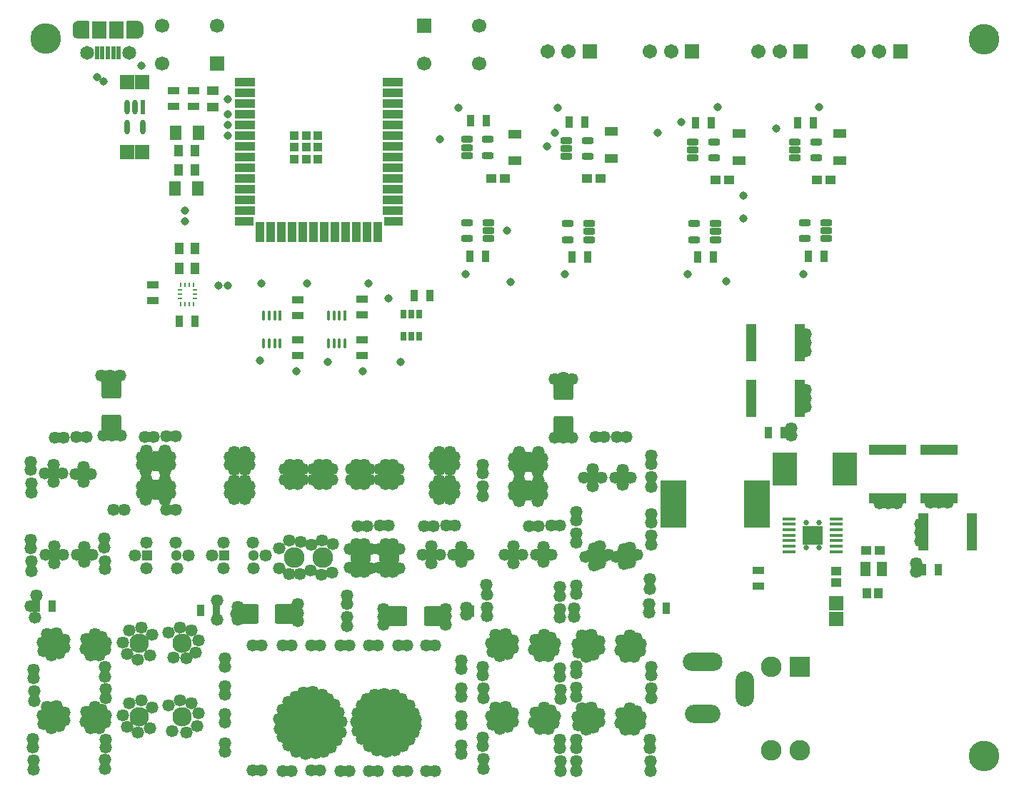
<source format=gts>
G04*
G04 #@! TF.GenerationSoftware,Altium Limited,Altium Designer,25.8.1 (18)*
G04*
G04 Layer_Color=8388736*
%FSLAX42Y42*%
%MOMM*%
G71*
G04*
G04 #@! TF.SameCoordinates,874FC4BF-8C61-49E1-ACD6-6D65B42AE4DE*
G04*
G04*
G04 #@! TF.FilePolarity,Negative*
G04*
G01*
G75*
%ADD17R,2.46X2.31*%
%ADD22R,0.95X1.40*%
%ADD23R,1.30X4.50*%
%ADD24R,4.50X1.30*%
%ADD25R,1.21X1.06*%
%ADD28R,1.40X0.95*%
G04:AMPARAMS|DCode=29|XSize=1.25mm|YSize=0.34mm|CornerRadius=0.17mm|HoleSize=0mm|Usage=FLASHONLY|Rotation=270.000|XOffset=0mm|YOffset=0mm|HoleType=Round|Shape=RoundedRectangle|*
%AMROUNDEDRECTD29*
21,1,1.25,0.00,0,0,270.0*
21,1,0.92,0.34,0,0,270.0*
1,1,0.34,0.00,-0.46*
1,1,0.34,0.00,0.46*
1,1,0.34,0.00,0.46*
1,1,0.34,0.00,-0.46*
%
%ADD29ROUNDEDRECTD29*%
G04:AMPARAMS|DCode=31|XSize=1.1mm|YSize=0.6mm|CornerRadius=0.05mm|HoleSize=0mm|Usage=FLASHONLY|Rotation=90.000|XOffset=0mm|YOffset=0mm|HoleType=Round|Shape=RoundedRectangle|*
%AMROUNDEDRECTD31*
21,1,1.10,0.50,0,0,90.0*
21,1,1.00,0.60,0,0,90.0*
1,1,0.10,0.25,0.50*
1,1,0.10,0.25,-0.50*
1,1,0.10,-0.25,-0.50*
1,1,0.10,-0.25,0.50*
%
%ADD31ROUNDEDRECTD31*%
%ADD32R,1.11X1.31*%
%ADD36R,0.25X0.48*%
%ADD37R,0.48X0.25*%
G04:AMPARAMS|DCode=39|XSize=1.71mm|YSize=0.62mm|CornerRadius=0.31mm|HoleSize=0mm|Usage=FLASHONLY|Rotation=270.000|XOffset=0mm|YOffset=0mm|HoleType=Round|Shape=RoundedRectangle|*
%AMROUNDEDRECTD39*
21,1,1.71,0.00,0,0,270.0*
21,1,1.09,0.62,0,0,270.0*
1,1,0.62,0.00,-0.55*
1,1,0.62,0.00,0.55*
1,1,0.62,0.00,0.55*
1,1,0.62,0.00,-0.55*
%
%ADD39ROUNDEDRECTD39*%
%ADD44R,0.34X1.25*%
%ADD45R,1.01X1.41*%
%ADD46R,1.41X1.01*%
%ADD50R,0.62X1.71*%
%ADD51R,1.60X1.00*%
%ADD52R,1.31X1.11*%
%ADD53C,0.70*%
G04:AMPARAMS|DCode=54|XSize=1.41mm|YSize=0.79mm|CornerRadius=0.25mm|HoleSize=0mm|Usage=FLASHONLY|Rotation=180.000|XOffset=0mm|YOffset=0mm|HoleType=Round|Shape=RoundedRectangle|*
%AMROUNDEDRECTD54*
21,1,1.41,0.30,0,0,180.0*
21,1,0.92,0.79,0,0,180.0*
1,1,0.50,-0.46,0.15*
1,1,0.50,0.46,0.15*
1,1,0.50,0.46,-0.15*
1,1,0.50,-0.46,-0.15*
%
%ADD54ROUNDEDRECTD54*%
%ADD55R,1.60X0.30*%
%ADD56R,2.46X1.10*%
%ADD57R,1.10X1.10*%
G04:AMPARAMS|DCode=58|XSize=2.45mm|YSize=2.33mm|CornerRadius=0.26mm|HoleSize=0mm|Usage=FLASHONLY|Rotation=90.000|XOffset=0mm|YOffset=0mm|HoleType=Round|Shape=RoundedRectangle|*
%AMROUNDEDRECTD58*
21,1,2.45,1.81,0,0,90.0*
21,1,1.93,2.33,0,0,90.0*
1,1,0.52,0.91,0.97*
1,1,0.52,0.91,-0.97*
1,1,0.52,-0.91,-0.97*
1,1,0.52,-0.91,0.97*
%
%ADD58ROUNDEDRECTD58*%
%ADD59R,1.75X1.75*%
G04:AMPARAMS|DCode=60|XSize=2.45mm|YSize=2.33mm|CornerRadius=0.26mm|HoleSize=0mm|Usage=FLASHONLY|Rotation=0.000|XOffset=0mm|YOffset=0mm|HoleType=Round|Shape=RoundedRectangle|*
%AMROUNDEDRECTD60*
21,1,2.45,1.81,0,0,0.0*
21,1,1.93,2.33,0,0,0.0*
1,1,0.52,0.97,-0.91*
1,1,0.52,-0.97,-0.91*
1,1,0.52,-0.97,0.91*
1,1,0.52,0.97,0.91*
%
%ADD60ROUNDEDRECTD60*%
%ADD61R,1.40X1.70*%
%ADD62R,1.70X1.75*%
%ADD63R,0.60X1.55*%
%ADD64R,3.10X5.60*%
%ADD65R,1.16X1.67*%
%ADD66R,3.00X4.01*%
%ADD67R,1.70X2.10*%
%ADD68R,1.10X2.46*%
%ADD69R,2.24X1.10*%
%ADD70O,4.20X2.20*%
%ADD71O,4.70X2.20*%
%ADD72O,2.20X4.20*%
%ADD73R,1.71X1.71*%
%ADD74C,1.70*%
%ADD75R,1.70X1.70*%
%ADD76R,1.30X1.30*%
%ADD77C,2.30*%
%ADD78C,5.62*%
%ADD79R,5.12X5.12*%
%ADD80C,2.45*%
%ADD81R,2.45X2.45*%
%ADD82R,2.45X2.45*%
%ADD83C,1.30*%
%ADD84C,1.65*%
%ADD85C,1.71*%
%ADD86C,1.47*%
%ADD87C,3.63*%
%ADD88C,0.63*%
%ADD89C,0.97*%
G36*
X3351Y12615D02*
X3352Y12614D01*
X3354Y12614D01*
X3355Y12613D01*
X3356Y12613D01*
X3357Y12612D01*
X3358Y12611D01*
X3359Y12610D01*
X3359Y12608D01*
X3360Y12607D01*
X3360Y12606D01*
X3360Y12604D01*
Y12414D01*
X3360Y12413D01*
X3360Y12412D01*
X3359Y12411D01*
X3359Y12409D01*
X3358Y12408D01*
X3357Y12407D01*
X3356Y12406D01*
X3355Y12406D01*
X3354Y12405D01*
X3352Y12405D01*
X3351Y12404D01*
X3350Y12404D01*
X3220D01*
X3218Y12404D01*
X3217Y12405D01*
X3216Y12405D01*
X3215Y12406D01*
X3214Y12406D01*
X3213Y12407D01*
X3212Y12408D01*
X3211Y12409D01*
X3210Y12411D01*
X3210Y12412D01*
X3210Y12413D01*
X3210Y12414D01*
Y12454D01*
X3170D01*
X3168Y12454D01*
X3167Y12455D01*
X3166Y12455D01*
X3165Y12455D01*
X3165Y12456D01*
X3164Y12456D01*
X3163Y12457D01*
Y12457D01*
X3163D01*
X3162Y12458D01*
X3161Y12459D01*
X3161Y12460D01*
X3160Y12461D01*
X3160Y12462D01*
X3160Y12463D01*
X3160Y12464D01*
X3160Y12554D01*
D01*
Y12554D01*
X3160Y12556D01*
X3160Y12557D01*
X3160Y12558D01*
X3161Y12559D01*
X3161Y12560D01*
X3162Y12561D01*
X3163Y12562D01*
X3163D01*
Y12562D01*
X3164Y12563D01*
X3165Y12563D01*
X3165Y12564D01*
X3166Y12564D01*
X3167Y12564D01*
X3168Y12565D01*
X3170Y12565D01*
D01*
X3170D01*
X3210D01*
Y12604D01*
X3210Y12606D01*
X3210Y12607D01*
X3210Y12608D01*
X3211Y12610D01*
X3212Y12611D01*
X3213Y12612D01*
X3214Y12613D01*
X3215Y12613D01*
X3216Y12614D01*
X3217Y12614D01*
X3218Y12615D01*
X3220Y12615D01*
X3350D01*
X3351Y12615D01*
D02*
G37*
G36*
X3941D02*
X3942Y12614D01*
X3944Y12614D01*
X3945Y12613D01*
X3946Y12613D01*
X3947Y12612D01*
X3948Y12611D01*
X3949Y12610D01*
X3949Y12608D01*
X3950Y12607D01*
X3950Y12606D01*
X3950Y12604D01*
Y12565D01*
X3990D01*
X3991Y12565D01*
X3992Y12564D01*
X3994Y12564D01*
X3994Y12564D01*
X3995Y12563D01*
X3996Y12563D01*
X3997Y12562D01*
Y12562D01*
X3997D01*
X3998Y12561D01*
X3999Y12560D01*
X3999Y12559D01*
X3999Y12558D01*
X4000Y12557D01*
X4000Y12556D01*
X4000Y12555D01*
X4000Y12464D01*
D01*
Y12464D01*
X4000Y12463D01*
X4000Y12462D01*
X3999Y12461D01*
X3999Y12460D01*
X3999Y12459D01*
X3998Y12458D01*
X3997Y12457D01*
X3997D01*
Y12457D01*
X3996Y12456D01*
X3995Y12456D01*
X3994Y12455D01*
X3994Y12455D01*
X3992Y12455D01*
X3991Y12454D01*
X3990Y12454D01*
D01*
X3990D01*
X3950D01*
Y12414D01*
X3950Y12413D01*
X3950Y12412D01*
X3949Y12411D01*
X3949Y12409D01*
X3948Y12408D01*
X3947Y12407D01*
X3946Y12406D01*
X3945Y12406D01*
X3944Y12405D01*
X3942Y12405D01*
X3941Y12404D01*
X3940Y12404D01*
X3810D01*
X3808Y12404D01*
X3807Y12405D01*
X3806Y12405D01*
X3805Y12406D01*
X3804Y12406D01*
X3803Y12407D01*
X3802Y12408D01*
X3801Y12409D01*
X3800Y12411D01*
X3800Y12412D01*
X3800Y12413D01*
X3800Y12414D01*
Y12604D01*
X3800Y12606D01*
X3800Y12607D01*
X3800Y12608D01*
X3801Y12610D01*
X3802Y12611D01*
X3803Y12612D01*
X3804Y12613D01*
X3805Y12613D01*
X3806Y12614D01*
X3807Y12614D01*
X3808Y12615D01*
X3810Y12615D01*
X3940D01*
X3941Y12615D01*
D02*
G37*
D17*
X11938Y6515D02*
D03*
D22*
X12069Y9825D02*
D03*
X11760Y11405D02*
D03*
X10550D02*
D03*
X11595Y7734D02*
D03*
X10761Y9812D02*
D03*
X9236Y11419D02*
D03*
X8068Y11432D02*
D03*
X9266Y9812D02*
D03*
X8059Y9825D02*
D03*
X7395Y9360D02*
D03*
X13239Y6109D02*
D03*
X10202Y5651D02*
D03*
X7883Y5613D02*
D03*
X4614Y9055D02*
D03*
X4868Y5626D02*
D03*
X2731Y5677D02*
D03*
X11410Y7734D02*
D03*
X8068Y5613D02*
D03*
X2916Y5677D02*
D03*
X4683Y5626D02*
D03*
X10017Y5651D02*
D03*
X4429Y9055D02*
D03*
X7210Y9360D02*
D03*
X11945Y11405D02*
D03*
X10735D02*
D03*
X9051Y11419D02*
D03*
X7883Y11432D02*
D03*
X11884Y9825D02*
D03*
X10576Y9812D02*
D03*
X9081D02*
D03*
X7874Y9825D02*
D03*
X13424Y6109D02*
D03*
D23*
X11781Y8801D02*
D03*
X13251Y6553D02*
D03*
X11786Y8141D02*
D03*
X11206Y8801D02*
D03*
X11211Y8141D02*
D03*
X13826Y6553D02*
D03*
D24*
X13437Y6951D02*
D03*
X12827D02*
D03*
X13437Y7526D02*
D03*
X12827D02*
D03*
D25*
X12729Y6337D02*
D03*
X8124Y10746D02*
D03*
X8284D02*
D03*
X12145Y10732D02*
D03*
X11985D02*
D03*
X10947D02*
D03*
X10787D02*
D03*
X9423Y10746D02*
D03*
X9263D02*
D03*
X12569Y6337D02*
D03*
D28*
X6591Y9128D02*
D03*
Y8830D02*
D03*
X11290Y5915D02*
D03*
X4597Y11604D02*
D03*
X4356D02*
D03*
X5829Y9119D02*
D03*
Y8830D02*
D03*
X4115Y9296D02*
D03*
X5829Y8645D02*
D03*
X4115Y9481D02*
D03*
X4597Y11789D02*
D03*
X6591Y9313D02*
D03*
X5829Y9304D02*
D03*
X4356Y11789D02*
D03*
X6591Y8645D02*
D03*
X11290Y6100D02*
D03*
D29*
X6196Y9118D02*
D03*
X5427Y9119D02*
D03*
X6326Y9118D02*
D03*
X6261D02*
D03*
X6196Y8788D02*
D03*
X6261D02*
D03*
X6326D02*
D03*
X6391D02*
D03*
X5557Y9119D02*
D03*
X5492D02*
D03*
X5427Y8788D02*
D03*
X5492D02*
D03*
X5557D02*
D03*
X5622D02*
D03*
D31*
X7175Y8874D02*
D03*
Y9134D02*
D03*
X7080Y8874D02*
D03*
Y9134D02*
D03*
X7270D02*
D03*
Y8874D02*
D03*
D32*
X12717Y5828D02*
D03*
X12582D02*
D03*
D36*
X4596Y9488D02*
D03*
Y9257D02*
D03*
X4546D02*
D03*
X4496D02*
D03*
X4446D02*
D03*
Y9488D02*
D03*
X4496D02*
D03*
X4546D02*
D03*
D37*
X4430Y9373D02*
D03*
Y9323D02*
D03*
X4613Y9423D02*
D03*
Y9373D02*
D03*
Y9323D02*
D03*
X4430Y9423D02*
D03*
D39*
X3899Y11595D02*
D03*
X3994Y11355D02*
D03*
X3804Y11595D02*
D03*
Y11355D02*
D03*
D44*
X6391Y9118D02*
D03*
X5622Y9119D02*
D03*
D45*
X4426Y9677D02*
D03*
X4616D02*
D03*
X4426Y9919D02*
D03*
X4616D02*
D03*
X4420Y11074D02*
D03*
X4610Y10846D02*
D03*
X4420D02*
D03*
X4610Y11074D02*
D03*
D46*
X4826Y11785D02*
D03*
Y11595D02*
D03*
D50*
X3994D02*
D03*
D51*
X12256Y11280D02*
D03*
Y10960D02*
D03*
X11062Y11280D02*
D03*
Y10960D02*
D03*
X9550Y11307D02*
D03*
Y10987D02*
D03*
X8407Y11274D02*
D03*
Y10954D02*
D03*
D52*
X12217Y5951D02*
D03*
Y6087D02*
D03*
D53*
X3245Y12464D02*
G03*
X3245Y12464I-25J0D01*
G01*
Y12554D02*
G03*
X3245Y12554I-25J0D01*
G01*
X3965Y12464D02*
G03*
X3965Y12464I-25J0D01*
G01*
Y12554D02*
G03*
X3965Y12554I-25J0D01*
G01*
D54*
X12093Y10225D02*
D03*
X10517Y10992D02*
D03*
X11724D02*
D03*
X10785Y10212D02*
D03*
X9018Y11007D02*
D03*
X9286Y10212D02*
D03*
X8092Y10225D02*
D03*
X7836Y11019D02*
D03*
X8092Y10035D02*
D03*
X9286Y10022D02*
D03*
X10785D02*
D03*
X12093Y10035D02*
D03*
X11975Y11182D02*
D03*
Y10992D02*
D03*
X11724Y11087D02*
D03*
Y11182D02*
D03*
X10768D02*
D03*
Y10992D02*
D03*
X10517Y11087D02*
D03*
Y11182D02*
D03*
X9269Y11197D02*
D03*
Y11007D02*
D03*
X9018Y11102D02*
D03*
Y11197D02*
D03*
X8087Y11209D02*
D03*
Y11019D02*
D03*
X7836Y11114D02*
D03*
Y11209D02*
D03*
X11842Y10035D02*
D03*
Y10225D02*
D03*
X12093Y10130D02*
D03*
X10534Y10022D02*
D03*
Y10212D02*
D03*
X10785Y10117D02*
D03*
X9035Y10022D02*
D03*
Y10212D02*
D03*
X9286Y10117D02*
D03*
X7841Y10035D02*
D03*
Y10225D02*
D03*
X8092Y10130D02*
D03*
D55*
X12218Y6515D02*
D03*
Y6580D02*
D03*
Y6645D02*
D03*
Y6710D02*
D03*
X11658Y6320D02*
D03*
Y6385D02*
D03*
Y6515D02*
D03*
Y6580D02*
D03*
X12218Y6385D02*
D03*
Y6450D02*
D03*
Y6320D02*
D03*
X11658Y6450D02*
D03*
Y6645D02*
D03*
Y6710D02*
D03*
D56*
X6957Y11887D02*
D03*
X5207D02*
D03*
Y11252D02*
D03*
Y11760D02*
D03*
Y11379D02*
D03*
X6957Y11506D02*
D03*
Y11379D02*
D03*
X5207Y10363D02*
D03*
Y10490D02*
D03*
Y10871D02*
D03*
Y10998D02*
D03*
Y11506D02*
D03*
Y11633D02*
D03*
Y11125D02*
D03*
Y10744D02*
D03*
Y10617D02*
D03*
X6957Y10363D02*
D03*
Y10490D02*
D03*
Y10617D02*
D03*
Y10744D02*
D03*
Y10871D02*
D03*
Y10998D02*
D03*
Y11125D02*
D03*
Y11252D02*
D03*
Y11633D02*
D03*
Y11760D02*
D03*
D57*
X6072Y11255D02*
D03*
Y11115D02*
D03*
Y10975D02*
D03*
X5932Y11255D02*
D03*
X5792D02*
D03*
X5932Y11115D02*
D03*
X5792Y10975D02*
D03*
X5932D02*
D03*
X5792Y11115D02*
D03*
D58*
X8979Y8242D02*
D03*
X3619Y8257D02*
D03*
Y7822D02*
D03*
X8979Y7807D02*
D03*
D59*
X12211Y5523D02*
D03*
Y5708D02*
D03*
D60*
X7444Y5556D02*
D03*
X5244Y5582D02*
D03*
X7009Y5556D02*
D03*
X5678Y5582D02*
D03*
D61*
X4648Y10630D02*
D03*
X4387Y11286D02*
D03*
X4378Y10630D02*
D03*
X4657Y11286D02*
D03*
D62*
X3989Y11887D02*
D03*
X3808Y11062D02*
D03*
X3988D02*
D03*
X3809Y11887D02*
D03*
D63*
X3450Y12239D02*
D03*
X3515D02*
D03*
X3580D02*
D03*
X3645D02*
D03*
X3710D02*
D03*
D64*
X10287Y6883D02*
D03*
X11277D02*
D03*
D65*
X12559Y6116D02*
D03*
X12754D02*
D03*
D66*
X12320Y7303D02*
D03*
X11607D02*
D03*
D67*
X3480Y12510D02*
D03*
X3680D02*
D03*
D68*
X6272Y10111D02*
D03*
X6146D02*
D03*
X6781D02*
D03*
X6654D02*
D03*
X6526D02*
D03*
X6399D02*
D03*
X6019D02*
D03*
X5892D02*
D03*
X5765D02*
D03*
X5638D02*
D03*
X5510D02*
D03*
X5383D02*
D03*
D69*
X6968Y10236D02*
D03*
X5196D02*
D03*
D70*
X10630Y4395D02*
D03*
D71*
Y5015D02*
D03*
D72*
X11130Y4695D02*
D03*
D73*
X12975Y12256D02*
D03*
X11794D02*
D03*
X10508D02*
D03*
X9292D02*
D03*
D74*
X7983Y12557D02*
D03*
X4872D02*
D03*
X4222D02*
D03*
X7333Y12107D02*
D03*
X7983D02*
D03*
X4222D02*
D03*
D75*
X7333Y12557D02*
D03*
X4872Y12107D02*
D03*
D76*
X9337Y7214D02*
D03*
X8388Y6287D02*
D03*
X7410D02*
D03*
X9350Y6274D02*
D03*
X4956D02*
D03*
X2936Y7252D02*
D03*
X4041Y6274D02*
D03*
X2949Y6287D02*
D03*
D77*
X9779Y5220D02*
D03*
Y4350D02*
D03*
X8763Y5220D02*
D03*
Y4350D02*
D03*
X4458Y5232D02*
D03*
X3442D02*
D03*
X4458Y4362D02*
D03*
X3442D02*
D03*
X8255Y4350D02*
D03*
Y5220D02*
D03*
X2934Y4362D02*
D03*
Y5232D02*
D03*
X3950D02*
D03*
Y4362D02*
D03*
X9271Y5220D02*
D03*
Y4350D02*
D03*
D78*
X5982Y4280D02*
D03*
D79*
X6871Y4293D02*
D03*
D80*
X6574Y7240D02*
D03*
X5786D02*
D03*
X5144Y7396D02*
D03*
X7569Y7049D02*
D03*
X6574Y6248D02*
D03*
X6914D02*
D03*
X4152Y7396D02*
D03*
Y7056D02*
D03*
X5786Y6248D02*
D03*
X6126D02*
D03*
X8561Y7049D02*
D03*
Y7389D02*
D03*
X11443Y3962D02*
D03*
Y4954D02*
D03*
X11783Y3962D02*
D03*
D81*
X6126Y7240D02*
D03*
X6914D02*
D03*
X11783Y4954D02*
D03*
D82*
X5144Y7056D02*
D03*
X7569Y7389D02*
D03*
D83*
X8738Y6287D02*
D03*
X7760D02*
D03*
X3299D02*
D03*
X3287Y7252D02*
D03*
X4391Y6274D02*
D03*
X5306D02*
D03*
X9700D02*
D03*
X9687Y7214D02*
D03*
D84*
X3830Y12239D02*
D03*
X3330D02*
D03*
D85*
X10008Y12256D02*
D03*
X10258D02*
D03*
X8792D02*
D03*
X9042D02*
D03*
X12475D02*
D03*
X12725D02*
D03*
X11294D02*
D03*
X11544D02*
D03*
D86*
X6121Y6452D02*
D03*
X6248Y6414D02*
D03*
X5994Y6401D02*
D03*
X5867Y6439D02*
D03*
X5728Y6452D02*
D03*
X5613Y6363D02*
D03*
Y6121D02*
D03*
X5982Y6096D02*
D03*
X6236Y6071D02*
D03*
X6109Y6045D02*
D03*
X5855Y6058D02*
D03*
X5728D02*
D03*
X3975Y4559D02*
D03*
X3835Y4521D02*
D03*
X4102Y4470D02*
D03*
X3759Y4381D02*
D03*
X4077Y4229D02*
D03*
X3937Y4178D02*
D03*
X3810Y4242D02*
D03*
X4635Y4254D02*
D03*
X4508Y4178D02*
D03*
X4651Y4405D02*
D03*
X4569Y4521D02*
D03*
X4432Y4559D02*
D03*
X4295Y4495D02*
D03*
X4343Y4191D02*
D03*
X4356Y5067D02*
D03*
X4295Y5359D02*
D03*
X4432Y5423D02*
D03*
X4569Y5384D02*
D03*
X4651Y5268D02*
D03*
X4508Y5055D02*
D03*
X4622Y5121D02*
D03*
X3810Y5105D02*
D03*
X3937Y5042D02*
D03*
X4077Y5093D02*
D03*
X3759Y5245D02*
D03*
X4102Y5334D02*
D03*
X3835Y5385D02*
D03*
X3975Y5423D02*
D03*
X3899Y6274D02*
D03*
X4538Y6276D02*
D03*
X4039Y6426D02*
D03*
Y6121D02*
D03*
X4386Y6428D02*
D03*
X4399Y6124D02*
D03*
X5309Y6121D02*
D03*
X5296Y6426D02*
D03*
X4953Y6121D02*
D03*
Y6426D02*
D03*
X5448Y6274D02*
D03*
X4813D02*
D03*
X8064Y5931D02*
D03*
X9360Y7681D02*
D03*
X9728Y7683D02*
D03*
X9461Y7681D02*
D03*
X9614Y7683D02*
D03*
X10020Y6769D02*
D03*
X10023Y6401D02*
D03*
Y6515D02*
D03*
X10020Y6668D02*
D03*
X10021Y7459D02*
D03*
X10024Y7090D02*
D03*
Y7204D02*
D03*
X10021Y7357D02*
D03*
X10008Y5880D02*
D03*
X9995Y5702D02*
D03*
Y5601D02*
D03*
X10008Y5994D02*
D03*
X8075Y5814D02*
D03*
X8077Y5559D02*
D03*
Y5661D02*
D03*
X8877Y7671D02*
D03*
X8979Y7670D02*
D03*
X8687Y7506D02*
D03*
X8674Y6921D02*
D03*
X8458D02*
D03*
X8687Y6627D02*
D03*
X8572D02*
D03*
X9131Y6794D02*
D03*
Y6693D02*
D03*
X9134Y6540D02*
D03*
X8941Y6629D02*
D03*
X8725Y7429D02*
D03*
X8026Y7351D02*
D03*
Y7249D02*
D03*
X8028Y7097D02*
D03*
Y6982D02*
D03*
X9106Y5550D02*
D03*
Y5651D02*
D03*
X9131Y4712D02*
D03*
Y4877D02*
D03*
Y4966D02*
D03*
X6416Y5435D02*
D03*
Y5550D02*
D03*
X6414Y5702D02*
D03*
Y5804D02*
D03*
X6540Y6627D02*
D03*
X6655D02*
D03*
X6807Y6629D02*
D03*
X6909D02*
D03*
X7328Y6627D02*
D03*
X7442D02*
D03*
X7595Y6629D02*
D03*
X7696D02*
D03*
X8839D02*
D03*
X8935Y5906D02*
D03*
Y5791D02*
D03*
X8938Y5639D02*
D03*
Y5537D02*
D03*
X9134Y6426D02*
D03*
X9131Y5817D02*
D03*
Y5918D02*
D03*
Y4597D02*
D03*
X10023Y4584D02*
D03*
Y4699D02*
D03*
X10020Y4851D02*
D03*
Y4953D02*
D03*
X10010Y3721D02*
D03*
Y3835D02*
D03*
X10008Y3988D02*
D03*
Y4089D02*
D03*
X9134Y3721D02*
D03*
Y3835D02*
D03*
X9131Y3988D02*
D03*
Y4089D02*
D03*
X8943Y3721D02*
D03*
Y3835D02*
D03*
X8941Y3988D02*
D03*
Y4089D02*
D03*
X8943Y4572D02*
D03*
Y4686D02*
D03*
X8941Y4839D02*
D03*
Y4940D02*
D03*
X8029Y4584D02*
D03*
Y4699D02*
D03*
X8026Y4851D02*
D03*
Y4953D02*
D03*
X8029Y3746D02*
D03*
Y3861D02*
D03*
X8026Y4013D02*
D03*
Y4115D02*
D03*
X3556Y4089D02*
D03*
X2692Y4102D02*
D03*
Y4001D02*
D03*
X3645Y6820D02*
D03*
X4026Y6934D02*
D03*
X3535Y6483D02*
D03*
Y6368D02*
D03*
X3542Y6111D02*
D03*
Y6212D02*
D03*
X4387Y6816D02*
D03*
X4273D02*
D03*
X3772Y6820D02*
D03*
X4387Y7692D02*
D03*
X4273D02*
D03*
X4015Y7685D02*
D03*
X4117D02*
D03*
X3324Y7683D02*
D03*
X3210D02*
D03*
X2953Y7675D02*
D03*
X3054D02*
D03*
X2676Y7017D02*
D03*
Y7132D02*
D03*
X2668Y7389D02*
D03*
Y7288D02*
D03*
X2676Y6090D02*
D03*
Y6205D02*
D03*
X2668Y6462D02*
D03*
Y6361D02*
D03*
X13163Y6186D02*
D03*
Y6084D02*
D03*
X13214Y6447D02*
D03*
Y6549D02*
D03*
Y6650D02*
D03*
X13330Y6903D02*
D03*
X13432D02*
D03*
X13534D02*
D03*
X12734Y6890D02*
D03*
X12835D02*
D03*
X12937D02*
D03*
X11848Y8034D02*
D03*
Y8135D02*
D03*
Y8237D02*
D03*
Y8694D02*
D03*
Y8796D02*
D03*
X11849Y8903D02*
D03*
X11684Y7785D02*
D03*
Y7696D02*
D03*
X9431Y7202D02*
D03*
X9081Y8369D02*
D03*
X9329Y7304D02*
D03*
X8979Y8380D02*
D03*
X8877Y8369D02*
D03*
X9410Y6383D02*
D03*
X9342Y6364D02*
D03*
X9227Y7202D02*
D03*
X9329Y7100D02*
D03*
X8389Y6389D02*
D03*
X7411D02*
D03*
X7310Y6288D02*
D03*
X8288D02*
D03*
X8491D02*
D03*
X7513D02*
D03*
X9846Y5293D02*
D03*
X9897Y5229D02*
D03*
X9770Y5331D02*
D03*
X9443Y6262D02*
D03*
X9410Y6180D02*
D03*
X9308Y6282D02*
D03*
X9240Y6262D02*
D03*
X9668Y5267D02*
D03*
X9342Y6161D02*
D03*
X9656Y5153D02*
D03*
X8826Y5299D02*
D03*
X8876Y5235D02*
D03*
X9884Y5140D02*
D03*
X9821Y5077D02*
D03*
X9770Y4467D02*
D03*
X9897Y4366D02*
D03*
X9846Y4429D02*
D03*
X9884Y4277D02*
D03*
X9821Y4213D02*
D03*
X9719Y5077D02*
D03*
X8864Y5146D02*
D03*
X9668Y4404D02*
D03*
X8800Y5083D02*
D03*
X8826Y4435D02*
D03*
X9656Y4289D02*
D03*
X8876Y4372D02*
D03*
X9719Y4213D02*
D03*
X8864Y4283D02*
D03*
X8800Y4219D02*
D03*
X8389Y6186D02*
D03*
X7827Y5569D02*
D03*
Y5658D02*
D03*
X7582Y5455D02*
D03*
X8749Y5337D02*
D03*
X8699Y5083D02*
D03*
X8648Y5273D02*
D03*
X8635Y5159D02*
D03*
X7582Y5645D02*
D03*
X7411Y6186D02*
D03*
X7581Y5556D02*
D03*
X6183Y4574D02*
D03*
X6263Y4506D02*
D03*
X6119Y4625D02*
D03*
X6109Y4547D02*
D03*
X8749Y4473D02*
D03*
X8648Y4410D02*
D03*
X6312Y4412D02*
D03*
X6349Y4303D02*
D03*
X8699Y4219D02*
D03*
X8635Y4295D02*
D03*
X6340Y4176D02*
D03*
X6287Y4254D02*
D03*
X6289Y4079D02*
D03*
X6274Y4343D02*
D03*
X6236Y4432D02*
D03*
X6261Y4166D02*
D03*
X6185Y4496D02*
D03*
X6210Y4089D02*
D03*
X6147Y4026D02*
D03*
X6220Y3996D02*
D03*
X6071Y4001D02*
D03*
X6136Y3947D02*
D03*
X5118Y5664D02*
D03*
X5106Y5582D02*
D03*
X4877Y5740D02*
D03*
X3505Y8407D02*
D03*
X3607D02*
D03*
X3721D02*
D03*
X2934Y7353D02*
D03*
X2832Y7252D02*
D03*
X3048Y6287D02*
D03*
X3035Y7252D02*
D03*
X2946Y6388D02*
D03*
X2934Y7150D02*
D03*
X2845Y6287D02*
D03*
X2946Y6185D02*
D03*
X2731Y5804D02*
D03*
X2663Y5677D02*
D03*
X6010Y4655D02*
D03*
X5956Y4597D02*
D03*
X6045Y4585D02*
D03*
X5897Y4649D02*
D03*
X5807Y4602D02*
D03*
X5880Y4572D02*
D03*
X5804Y4521D02*
D03*
X5717Y4536D02*
D03*
X5728Y4458D02*
D03*
X4877Y5512D02*
D03*
X5118D02*
D03*
X5649Y4447D02*
D03*
X5804Y4026D02*
D03*
X5728Y4102D02*
D03*
X5717Y4024D02*
D03*
X5702Y4381D02*
D03*
X5690Y4191D02*
D03*
X6040Y3927D02*
D03*
X5969Y3988D02*
D03*
X5921Y3925D02*
D03*
X5881Y4004D02*
D03*
X5814Y3947D02*
D03*
X5614Y4341D02*
D03*
X5677Y4293D02*
D03*
X5652Y4122D02*
D03*
X5616Y4221D02*
D03*
X3556Y5245D02*
D03*
X3505Y5309D02*
D03*
X3429Y5347D02*
D03*
X2718Y5537D02*
D03*
X3327Y5283D02*
D03*
X3543Y5156D02*
D03*
X3480Y5093D02*
D03*
X3551Y4695D02*
D03*
X3315Y5169D02*
D03*
X3378Y5093D02*
D03*
X3551Y4581D02*
D03*
X3556Y4381D02*
D03*
X3549Y3741D02*
D03*
X3505Y4445D02*
D03*
X3429Y4483D02*
D03*
X3327Y4420D02*
D03*
X3315Y4305D02*
D03*
X3543Y4293D02*
D03*
X3549Y3855D02*
D03*
X3378Y4229D02*
D03*
X3480D02*
D03*
X7150Y4089D02*
D03*
X6833Y4026D02*
D03*
X6680Y4013D02*
D03*
X6883Y3950D02*
D03*
X6985Y3962D02*
D03*
X6769D02*
D03*
X6756Y4051D02*
D03*
X7061Y4102D02*
D03*
X6921Y4026D02*
D03*
X6680Y4102D02*
D03*
X7074Y4013D02*
D03*
X6998Y4051D02*
D03*
X7137Y4254D02*
D03*
Y4343D02*
D03*
X6680Y4483D02*
D03*
X7112Y4166D02*
D03*
Y4420D02*
D03*
X6820Y4559D02*
D03*
X6909D02*
D03*
X6744Y4534D02*
D03*
Y4623D02*
D03*
X6985Y4534D02*
D03*
X6858Y4635D02*
D03*
X6972Y4623D02*
D03*
X7061Y4572D02*
D03*
X6655D02*
D03*
X7226Y4252D02*
D03*
Y4331D02*
D03*
X6591Y4496D02*
D03*
X6528Y4305D02*
D03*
X6591Y4102D02*
D03*
X6629Y4178D02*
D03*
X7201D02*
D03*
X6629Y4420D02*
D03*
X6604Y4343D02*
D03*
X7150Y4496D02*
D03*
X6604Y4254D02*
D03*
X7201Y4407D02*
D03*
X7061Y4483D02*
D03*
X6540Y4407D02*
D03*
Y4191D02*
D03*
X5399Y5213D02*
D03*
X6337Y3721D02*
D03*
X5399Y3727D02*
D03*
X7455Y3721D02*
D03*
X6680D02*
D03*
X5993Y3727D02*
D03*
X7023Y3721D02*
D03*
X6782D02*
D03*
X6094Y3727D02*
D03*
X5298D02*
D03*
X6439Y3721D02*
D03*
X5753D02*
D03*
X7125D02*
D03*
X5651D02*
D03*
X7353D02*
D03*
Y5207D02*
D03*
X5651D02*
D03*
X7125D02*
D03*
X5753D02*
D03*
X6439D02*
D03*
X5298Y5213D02*
D03*
X6094D02*
D03*
X6782Y5207D02*
D03*
X7023D02*
D03*
X5993Y5213D02*
D03*
X6680Y5207D02*
D03*
X7455D02*
D03*
X6337D02*
D03*
X7772Y5029D02*
D03*
Y4026D02*
D03*
Y3924D02*
D03*
Y4597D02*
D03*
Y4369D02*
D03*
Y4699D02*
D03*
Y4267D02*
D03*
Y4928D02*
D03*
X4966Y4953D02*
D03*
Y4293D02*
D03*
Y4724D02*
D03*
Y4394D02*
D03*
Y4623D02*
D03*
Y3950D02*
D03*
Y4051D02*
D03*
Y5055D02*
D03*
X6236Y7303D02*
D03*
X6172Y7353D02*
D03*
X6083D02*
D03*
X6020Y7303D02*
D03*
X6236Y7175D02*
D03*
X6172Y7125D02*
D03*
X6083D02*
D03*
X6020Y7175D02*
D03*
X5893Y7303D02*
D03*
X5829Y7353D02*
D03*
X5740D02*
D03*
X5677Y7303D02*
D03*
X5893Y7175D02*
D03*
X5829Y7125D02*
D03*
X5740D02*
D03*
X5677Y7175D02*
D03*
X5207Y6947D02*
D03*
X5258Y7010D02*
D03*
Y7099D02*
D03*
X5207Y7163D02*
D03*
X5080Y6947D02*
D03*
X5029Y7010D02*
D03*
Y7099D02*
D03*
X5080Y7163D02*
D03*
X5207Y7290D02*
D03*
X5258Y7353D02*
D03*
Y7442D02*
D03*
X5207Y7506D02*
D03*
X5080Y7290D02*
D03*
X5029Y7353D02*
D03*
Y7442D02*
D03*
X5080Y7506D02*
D03*
X7506D02*
D03*
X7455Y7442D02*
D03*
Y7353D02*
D03*
X7506Y7290D02*
D03*
X7633Y7506D02*
D03*
X7683Y7442D02*
D03*
Y7353D02*
D03*
X7633Y7290D02*
D03*
X7506Y7163D02*
D03*
X7455Y7099D02*
D03*
Y7010D02*
D03*
X7506Y6947D02*
D03*
X7633Y7163D02*
D03*
X7683Y7099D02*
D03*
Y7010D02*
D03*
X7633Y6947D02*
D03*
X7023Y7303D02*
D03*
X6960Y7353D02*
D03*
X6871D02*
D03*
X6807Y7303D02*
D03*
X7023Y7175D02*
D03*
X6960Y7125D02*
D03*
X6871D02*
D03*
X6807Y7175D02*
D03*
X6464D02*
D03*
X6528Y7125D02*
D03*
X6617D02*
D03*
X6680Y7175D02*
D03*
X6464Y7303D02*
D03*
X6528Y7353D02*
D03*
X6617D02*
D03*
X6680Y7303D02*
D03*
X3543Y4953D02*
D03*
Y4839D02*
D03*
X3556Y3997D02*
D03*
X2702Y4819D02*
D03*
Y4920D02*
D03*
X2695Y3848D02*
D03*
Y3734D02*
D03*
X2710Y4663D02*
D03*
Y4549D02*
D03*
X6845Y5645D02*
D03*
Y5544D02*
D03*
Y5455D02*
D03*
X8383Y4307D02*
D03*
X8319Y4244D02*
D03*
X8381Y4403D02*
D03*
X8293Y4480D02*
D03*
X8231Y4218D02*
D03*
X8142Y4269D02*
D03*
X8129Y4371D02*
D03*
X8180Y4472D02*
D03*
Y5336D02*
D03*
X8129Y5234D02*
D03*
X8142Y5133D02*
D03*
X8231Y5082D02*
D03*
X8293Y5343D02*
D03*
X8381Y5267D02*
D03*
X8319Y5107D02*
D03*
X8383Y5171D02*
D03*
X8745Y6199D02*
D03*
X8834Y6288D02*
D03*
X8745Y6377D02*
D03*
X8656Y6288D02*
D03*
X7767Y6199D02*
D03*
X7856Y6288D02*
D03*
X7767Y6377D02*
D03*
X7678Y6288D02*
D03*
X6452Y6134D02*
D03*
Y6350D02*
D03*
X6528Y6083D02*
D03*
Y6414D02*
D03*
X6617Y6083D02*
D03*
Y6414D02*
D03*
X6693Y6121D02*
D03*
Y6350D02*
D03*
X6960Y6414D02*
D03*
X6871D02*
D03*
X6794Y6134D02*
D03*
X6871Y6083D02*
D03*
X7036Y6121D02*
D03*
Y6350D02*
D03*
X6960Y6083D02*
D03*
X6794Y6350D02*
D03*
X9081Y7671D02*
D03*
X9676Y6282D02*
D03*
X9765Y6371D02*
D03*
X9854Y6282D02*
D03*
X9765Y6193D02*
D03*
X9404Y5165D02*
D03*
X9340Y5101D02*
D03*
X9402Y5261D02*
D03*
X9313Y5337D02*
D03*
X9251Y5076D02*
D03*
X9162Y5127D02*
D03*
X9150Y5228D02*
D03*
X9200Y5330D02*
D03*
Y4466D02*
D03*
X9150Y4365D02*
D03*
X9162Y4263D02*
D03*
X9251Y4212D02*
D03*
X9313Y4474D02*
D03*
X9402Y4397D02*
D03*
X9340Y4238D02*
D03*
X9404Y4301D02*
D03*
X9511Y6282D02*
D03*
X9596Y7202D02*
D03*
X9685Y7291D02*
D03*
X9773Y7202D02*
D03*
X9685Y7113D02*
D03*
X9608Y6262D02*
D03*
X9697Y6351D02*
D03*
X9786Y6262D02*
D03*
X9697Y6173D02*
D03*
X3734Y7696D02*
D03*
X3632D02*
D03*
X3531D02*
D03*
X3063Y5181D02*
D03*
X2999Y5117D02*
D03*
X3061Y5277D02*
D03*
X2972Y5353D02*
D03*
X2910Y5092D02*
D03*
X2821Y5142D02*
D03*
X2809Y5244D02*
D03*
X2859Y5346D02*
D03*
Y4482D02*
D03*
X2809Y4380D02*
D03*
X2821Y4279D02*
D03*
X2910Y4228D02*
D03*
X2972Y4489D02*
D03*
X3061Y4413D02*
D03*
X2999Y4253D02*
D03*
X3063Y4317D02*
D03*
X3213Y6287D02*
D03*
X3302Y6375D02*
D03*
X3391Y6287D02*
D03*
X3302Y6198D02*
D03*
X3200Y7239D02*
D03*
X3289Y7328D02*
D03*
X3378Y7239D02*
D03*
X3289Y7150D02*
D03*
X4318Y7442D02*
D03*
X4254Y7518D02*
D03*
X4039D02*
D03*
X3988Y7442D02*
D03*
Y7353D02*
D03*
X4318D02*
D03*
X4026Y7277D02*
D03*
X4254D02*
D03*
Y6934D02*
D03*
X4318Y7010D02*
D03*
Y7099D02*
D03*
X4039Y7175D02*
D03*
X4254D02*
D03*
X3988Y7099D02*
D03*
Y7010D02*
D03*
X5829Y5696D02*
D03*
Y5594D02*
D03*
Y5493D02*
D03*
X8395Y7429D02*
D03*
Y7341D02*
D03*
X8458Y7264D02*
D03*
Y7506D02*
D03*
X8674Y7264D02*
D03*
X8725Y7341D02*
D03*
X8395Y7087D02*
D03*
Y6998D02*
D03*
X8458Y7163D02*
D03*
X8725Y6998D02*
D03*
Y7087D02*
D03*
X8687Y7163D02*
D03*
D87*
X13970Y3899D02*
D03*
Y12395D02*
D03*
X2845Y12408D02*
D03*
D88*
X12013Y6665D02*
D03*
Y6515D02*
D03*
X11863Y6665D02*
D03*
Y6515D02*
D03*
X12013Y6365D02*
D03*
X11863D02*
D03*
D89*
X5004Y9474D02*
D03*
X11506Y11341D02*
D03*
X10376Y11417D02*
D03*
X11112Y10274D02*
D03*
Y10541D02*
D03*
X10909Y9525D02*
D03*
X8350Y9519D02*
D03*
X10096Y11290D02*
D03*
X11824Y9614D02*
D03*
X10452D02*
D03*
X7734Y11582D02*
D03*
X8915D02*
D03*
X10808Y11595D02*
D03*
X12014D02*
D03*
X8877Y11290D02*
D03*
X7518Y11214D02*
D03*
X8998Y9608D02*
D03*
X7817D02*
D03*
X8312Y10128D02*
D03*
X8788Y11125D02*
D03*
X6909Y9322D02*
D03*
X5004Y11684D02*
D03*
X6668Y9500D02*
D03*
X5944D02*
D03*
X5397D02*
D03*
X7049Y8572D02*
D03*
X6185D02*
D03*
X5385Y8585D02*
D03*
X6604Y8458D02*
D03*
X5817D02*
D03*
X3975Y12087D02*
D03*
X5004Y11506D02*
D03*
X4890Y9474D02*
D03*
X5004Y11252D02*
D03*
Y11379D02*
D03*
X4496Y10236D02*
D03*
Y10363D02*
D03*
X3454Y11951D02*
D03*
X3531Y11900D02*
D03*
M02*

</source>
